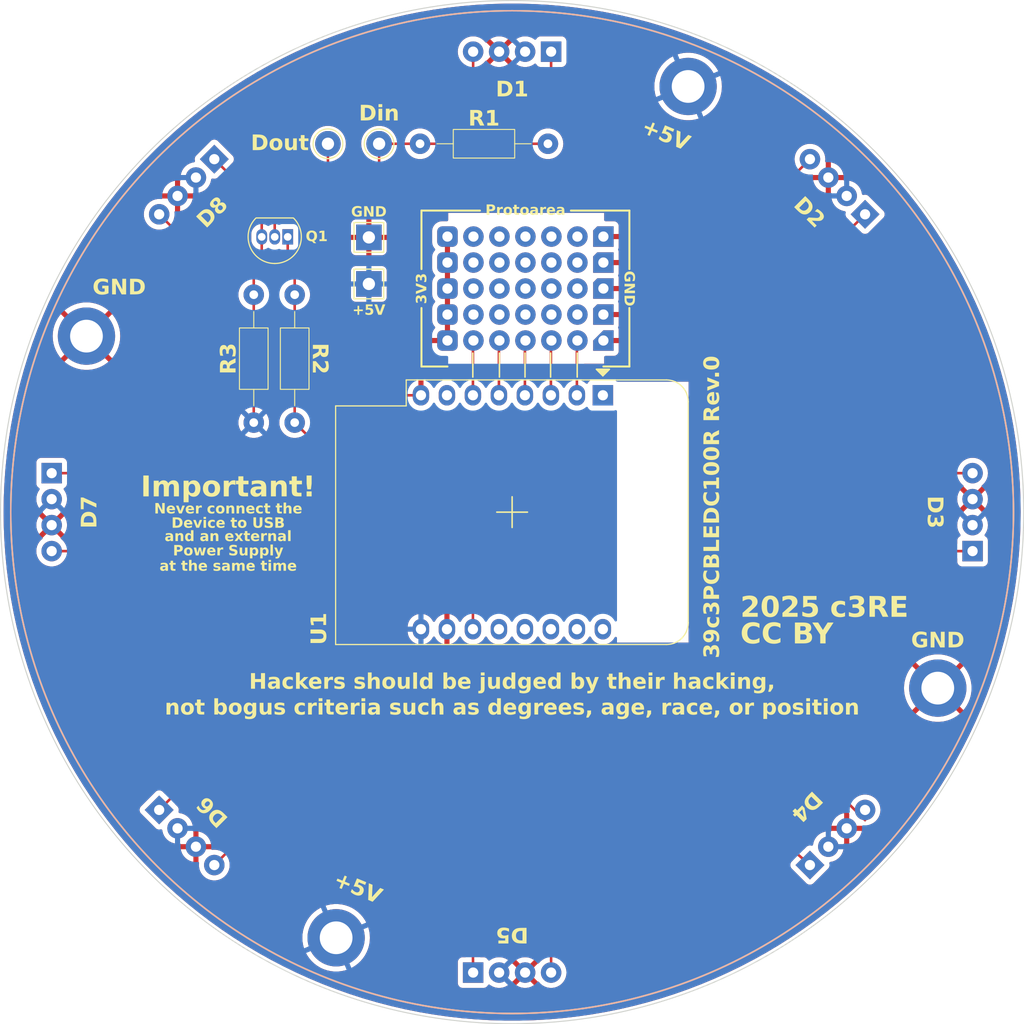
<source format=kicad_pcb>
(kicad_pcb (version 20241229) (generator "pcbnew") (generator_version "9.0")
  (layers (0 "F.Cu" signal) (2 "B.Cu" signal) (13 "F.Paste" user) (15 "B.Paste" user) (5 "F.SilkS" user "F.Silkscreen") (7 "B.SilkS" user "B.Silkscreen") (1 "F.Mask" user) (3 "B.Mask" user) (25 "Edge.Cuts" user))
  (net 0 "")
  (net 2 "Net-(A1-Vin)")
  (net 3 "Net-(U1-A0)")
  (net 9 "Net-(U1-D0)")
  (net 10 "Net-(D2-DOUT)")
  (net 11 "/Dout")
  (net 12 "GND")
  (net 13 "+5V")
  (net 14 "/Din")
  (net 15 "Net-(D1-DIN)")
  (net 16 "Net-(D1-DOUT)")
  (net 17 "Net-(D3-DOUT)")
  (net 18 "Net-(D4-DOUT)")
  (net 19 "Net-(D5-DOUT)")
  (net 20 "Net-(D6-DOUT)")
  (net 21 "Net-(D7-DOUT)")
  (net 22 "Net-(Q1-S)")
  (net 23 "Net-(U1-MISO{slash}D6)")
  (net 24 "Net-(U1-MOSI{slash}D7)")
  (net 25 "Net-(U1-SCK{slash}D5)")
  (footprint "R_combi:1206_combi_handsolder" (layer "F.Cu") (at 147.25 64)
    (property "Reference" "R1" (at 0 -2.4 0) (layer "F.SilkS") (effects (font (size 1.5 1.5) (thickness 0.3) (bold yes))))
    (property "Value" "100")
    (fp_line (start -3 0) (end -4.6 0) (stroke (width 0.1)) (layer "F.SilkS"))
    (fp_line (start 3 0) (end 4.6 0) (stroke (width 0.1)) (layer "F.SilkS"))
    (fp_rect (start -3 -1.4) (end 3 1.4) (stroke (width 0.1)) (fill no) (layer "F.SilkS"))
    (pad "1" thru_hole circle (at -6.25 0) (size 2 2) (drill 0.85) (layers "*.Cu" "*.Mask") (net 14 "/Din"))
    (pad "1" smd roundrect (at -1.55 0) (size 1.3 1.75) (layers "F.Cu" "F.Mask" "F.Paste") (roundrect_rratio 0.1640419948) (net 14 "/Din"))
    (pad "2" smd roundrect (at 1.55 0) (size 1.3 1.75) (layers "F.Cu" "F.Mask" "F.Paste") (roundrect_rratio 0.1640419948) (net 15 "Net-(D1-DIN)"))
    (pad "2" thru_hole circle (at 6.25 0) (size 2 2) (drill 0.85) (layers "*.Cu" "*.Mask") (net 15 "Net-(D1-DIN)"))
  )
  (footprint "R_combi:1206_combi_handsolder" (layer "F.Cu") (at 128.75 85 -90)
    (property "Reference" "R2" (at 0 -2.4 270) (layer "F.SilkS") (effects (font (size 1.5 1.5) (thickness 0.3) (bold yes))))
    (property "Value" "10k")
    (fp_line (start -3 0) (end -4.6 0) (stroke (width 0.1)) (layer "F.SilkS"))
    (fp_line (start 3 0) (end 4.6 0) (stroke (width 0.1)) (layer "F.SilkS"))
    (fp_rect (start -3 -1.4) (end 3 1.4) (stroke (width 0.1)) (fill no) (layer "F.SilkS"))
    (pad "1" thru_hole circle (at -6.25 0 270) (size 2 2) (drill 0.85) (layers "*.Cu" "*.Mask") (net 2 "Net-(A1-Vin)"))
    (pad "1" smd roundrect (at -1.55 0 270) (size 1.3 1.75) (layers "F.Cu" "F.Mask" "F.Paste") (roundrect_rratio 0.1640419948) (net 2 "Net-(A1-Vin)"))
    (pad "2" smd roundrect (at 1.55 0 270) (size 1.3 1.75) (layers "F.Cu" "F.Mask" "F.Paste") (roundrect_rratio 0.1640419948) (net 22 "Net-(Q1-S)"))
    (pad "2" thru_hole circle (at 6.25 0 270) (size 2 2) (drill 0.85) (layers "*.Cu" "*.Mask") (net 22 "Net-(Q1-S)"))
  )
  (footprint "WS2812_THT:WS2812_THT" (layer "F.Cu") (at 181.8 131.8 -135)
    (property "Reference" "D4" (at 0 4.313351 225) (layer "F.SilkS") (effects (font (size 1.5 1.5) (thickness 0.3) (bold yes))))
    (property "Value" "WS2812D-F5")
    (pad "1" thru_hole rect (at 3.81 0 225) (size 2 2) (drill 1) (layers "*.Cu" "*.Mask") (net 18 "Net-(D4-DOUT)"))
    (pad "2" thru_hole circle (at 1.270001 0 225) (size 2 2) (drill 1) (layers "*.Cu" "*.Mask") (net 13 "+5V"))
    (pad "3" thru_hole circle (at -1.270001 0 225) (size 2 2) (drill 1) (layers "*.Cu" "*.Mask") (net 12 "GND"))
    (pad "4" thru_hole circle (at -3.81 0 225) (size 2 2) (drill 1) (layers "*.Cu" "*.Mask") (net 17 "Net-(D3-DOUT)"))
  )
  (footprint "Symbol:OSHW-Symbol_13.4x12mm_Copper" (layer "F.Cu") (at 150 129.5)
    (property "Reference" "REF**" (hide yes))
    (property "Value" "OSHW-Symbol_13.4x12mm_Copper" (hide yes))
    (fp_poly (pts (xy 1.119803 -5.09936) (xy 1.288676 -4.203573) (xy 1.911796 -3.946702) (xy 2.534916 -3.689832) (xy 3.282453 -4.198151) (xy 3.491802 -4.339684) (xy 3.681043 -4.466055) (xy 3.841343 -4.571493) (xy 3.963874 -4.65023) (xy 4.039802 -4.696495) (xy 4.06048 -4.706471) (xy 4.097731 -4.680814) (xy 4.177332 -4.609885) (xy 4.290361 -4.502743) (xy 4.427895 -4.36845) (xy 4.581012 -4.216066) (xy 4.740789 -4.054653) (xy 4.898305 -3.89327) (xy 5.044637 -3.740978) (xy 5.170863 -3.606838) (xy 5.26806 -3.499911) (xy 5.327307 -3.429258) (xy 5.341471 -3.405612) (xy 5.321087 -3.362021) (xy 5.263941 -3.266519) (xy 5.176041 -3.12845) (xy 5.063396 -2.957155) (xy 4.932013 -2.761975) (xy 4.855882 -2.650648) (xy 4.717118 -2.447367) (xy 4.593811 -2.263927) (xy 4.491945 -2.109458) (xy 4.417501 -1.993091) (xy 4.376461 -1.923958) (xy 4.370294 -1.90943) (xy 4.384274 -1.86814) (xy 4.422382 -1.771908) (xy 4.478867 -1.634266) (xy 4.54798 -1.468742) (xy 4.62397 -1.288868) (xy 4.701089 -1.108172) (xy 4.773585 -0.940186) (xy 4.835709 -0.79844) (xy 4.881712 -0.696463) (xy 4.905843 -0.647786) (xy 4.907267 -0.64587) (xy 4.945158 -0.636575) (xy 5.046069 -0.61584) (xy 5.19954 -0.585702) (xy 5.395112 -0.548199) (xy 5.622325 -0.505371) (xy 5.754891 -0.480674) (xy 5.997679 -0.434447) (xy 6.216974 -0.39046) (xy 6.401681 -0.351119) (xy 6.540705 -0.318831) (xy 6.622952 -0.296003) (xy 6.639485 -0.28876) (xy 6.655678 -0.239739) (xy 6.668744 -0.129023) (xy 6.678691 0.030438) (xy 6.685528 0.2257) (xy 6.689264 0.443814) (xy 6.689907 0.671835) (xy 6.687468 0.896815) (xy 6.681953 1.105809) (xy 6.673374 1.285868) (xy 6.661737 1.424047) (xy 6.647052 1.507398) (xy 6.638245 1.52475) (xy 6.585599 1.545548) (xy 6.474043 1.575282) (xy 6.318335 1.610459) (xy 6.133229 1.647586) (xy 6.068613 1.659597) (xy 5.757071 1.716662) (xy 5.510976 1.762618) (xy 5.322195 1.799293) (xy 5.182598 1.828513) (xy 5.084052 1.852104) (xy 5.018426 1.871892) (xy 4.977589 1.889706) (xy 4.953409 1.90737) (xy 4.950026 1.910861) (xy 4.916255 1.9671) (xy 4.864737 2.076547) (xy 4.800617 2.2258) (xy 4.729039 2.401459) (xy 4.655146 2.590121) (xy 4.584083 2.778385) (xy 4.520993 2.952848) (xy 4.471021 3.100108) (xy 4.439312 3.206764) (xy 4.431008 3.259413) (xy 4.4317 3.261257) (xy 4.459836 3.304292) (xy 4.523665 3.398978) (xy 4.61648 3.53546) (xy 4.731573 3.703882) (xy 4.862237 3.89439) (xy 4.899448 3.948529) (xy 5.032129 4.144804) (xy 5.148883 4.323886) (xy 5.243349 4.475492) (xy 5.309168 4.589338) (xy 5.339978 4.655141) (xy 5.341471 4.663225) (xy 5.315584 4.705715) (xy 5.244054 4.789891) (xy 5.136076 4.906705) (xy 5.000846 5.04711) (xy 4.847558 5.202061) (xy 4.685409 5.362509) (xy 4.523593 5.519409) (xy 4.371306 5.663713) (xy 4.237743 5.786376) (xy 4.1321 5.87835) (xy 4.063572 5.930589) (xy 4.044614 5.939118) (xy 4.000487 5.919029) (xy 3.910142 5.864849) (xy 3.788295 5.785704) (xy 3.694546 5.722001) (xy 3.524678 5.60511) (xy 3.323512 5.467476) (xy 3.121733 5.330063) (xy 3.01325 5.256519) (xy 2.646058 5.008155) (xy 2.337826 5.174813) (xy 2.197404 5.247822) (xy 2.077996 5.304571) (xy 1.997202 5.336937) (xy 1.976636 5.341441) (xy 1.951906 5.308189) (xy 1.903118 5.214224) (xy 1.833913 5.068213) (xy 1.747935 4.878824) (xy 1.648824 4.654724) (xy 1.540224 4.404581) (xy 1.425775 4.137063) (xy 1.30912 3.860836) (xy 1.193901 3.584568) (xy 1.08376 3.316927) (xy 0.982339 3.06658) (xy 0.89328 2.842195) (xy 0.820225 2.652439) (xy 0.766816 2.50598) (xy 0.736695 2.411485) (xy 0.731851 2.379031) (xy 0.770245 2.337636) (xy 0.854308 2.270438) (xy 0.966467 2.1914) (xy 0.975881 2.185147) (xy 1.265768 1.953103) (xy 1.499512 1.682386) (xy 1.675087 1.381653) (xy 1.790469 1.059561) (xy 1.84363 0.724765) (xy 1.832547 0.385922) (xy 1.755192 0.051688) (xy 1.60954 -0.269281) (xy 1.566688 -0.339505) (xy 1.343802 -0.623073) (xy 1.080491 -0.850782) (xy 0.785865 -1.021449) (xy 0.469041 -1.133888) (xy 0.13913 -1.186917) (xy -0.194754 -1.179349) (xy -0.523497 -1.110002) (xy -0.837986 -0.977691) (xy -1.129107 -0.781232) (xy -1.21916 -0.701494) (xy -1.448347 -0.451892) (xy -1.615354 -0.189132) (xy -1.729915 0.105399) (xy -1.793719 0.397075) (xy -1.80947 0.725012) (xy -1.756949 1.054577) (xy -1.64149 1.37463) (xy -1.468429 1.674032) (xy -1.243101 1.941643) (xy -0.97084 2.166325) (xy -0.935058 2.190008) (xy -0.821698 2.267568) (xy -0.735522 2.334768) (xy -0.694323 2.377675) (xy -0.693724 2.379031) (xy -0.702569 2.425446) (xy -0.737631 2.530786) (xy -0.795267 2.686388) (xy -0.871834 2.883584) (xy -0.963686 3.11371) (xy -1.067183 3.368101) (xy -1.178679 3.63809) (xy -1.294532 3.915012) (xy -1.411097 4.190201) (xy -1.524733 4.454993) (xy -1.631794 4.700721) (xy -1.728638 4.918721) (xy -1.811621 5.100326) (xy -1.877099 5.236871) (xy -1.921431 5.31969) (xy -1.939283 5.341441) (xy -1.993834 5.324504) (xy -2.095905 5.279077) (xy -2.227895 5.21328) (xy -2.300474 5.174813) (xy -2.608705 5.008155) (xy -2.975897 5.256519) (xy -3.16334 5.383754) (xy -3.368557 5.523773) (xy -3.560867 5.655612) (xy -3.657193 5.722001) (xy -3.792673 5.812976) (xy -3.907393 5.885071) (xy -3.986388 5.929154) (xy -4.012046 5.938473) (xy -4.049391 5.913334) (xy -4.132042 5.843154) (xy -4.251985 5.73522) (xy -4.401209 5.596818) (xy -4.571699 5.435235) (xy -4.679526 5.331488) (xy -4.868172 5.146135) (xy -5.031205 4.980351) (xy -5.162032 4.841227) (xy -5.254065 4.735856) (xy -5.300713 4.671329) (xy -5.305188 4.658234) (xy -5.28442 4.608425) (xy -5.227031 4.507713) (xy -5.139387 4.366295) (xy -5.027854 4.194367) (xy -4.898797 4.002124) (xy -4.862096 3.948529) (xy -4.728368 3.753733) (xy -4.608393 3.578353) (xy -4.508879 3.432243) (xy -4.436533 3.325258) (xy -4.398064 3.267255) (xy -4.394347 3.261257) (xy -4.399905 3.215032) (xy -4.429407 3.113398) (xy -4.477709 2.969758) (xy -4.539667 2.797514) (xy -4.610137 2.610066) (xy -4.683975 2.420818) (xy -4.756037 2.243171) (xy -4.821178 2.090527) (xy -4.874255 1.976288) (xy -4.910123 1.913856) (xy -4.912673 1.910861) (xy -4.934606 1.893019) (xy -4.971652 1.875374) (xy -5.031941 1.856101) (xy -5.123604 1.833374) (xy -5.254774 1.805364) (xy -5.433582 1.770247) (xy -5.668158 1.726195) (xy -5.966635 1.671382) (xy -6.03126 1.659597) (xy -6.222794 1.622591) (xy -6.389769 1.586389) (xy -6.517432 1.554485) (xy -6.591024 1.530372) (xy -6.600892 1.52475) (xy -6.617153 1.47491) (xy -6.63037 1.363532) (xy -6.640536 1.203563) (xy -6.64764 1.00795) (xy -6.651674 0.78964) (xy -6.65263 0.561579) (xy -6.650498 0.336714) (xy -6.645269 0.127991) (xy -6.636935 -0.051642) (xy -6.625487 -0.189238) (xy -6.610916 -0.271852) (xy -6.602132 -0.28876) (xy -6.55323 -0.305816) (xy -6.441873 -0.333564) (xy -6.279156 -0.369597) (xy -6.076174 -0.411507) (xy -5.844021 -0.456889) (xy -5.717538 -0.480674) (xy -5.477555 -0.525535) (xy -5.263549 -0.566175) (xy -5.085978 -0.600554) (xy -4.955302 -0.626635) (xy -4.881982 -0.642379) (xy -4.869915 -0.64587) (xy -4.849519 -0.685221) (xy -4.806406 -0.780007) (xy -4.746321 -0.916685) (xy -4.675013 -1.081714) (xy -4.598227 -1.261553) (xy -4.52171 -1.44266) (xy -4.45121 -1.611493) (xy -4.392473 -1.754512) (xy -4.351246 -1.858174) (xy -4.333276 -1.908939) (xy -4.332941 -1.911158) (xy -4.353313 -1.951204) (xy -4.410427 -2.043361) (xy -4.498279 -2.178467) (xy -4.610867 -2.347365) (xy -4.742189 -2.540895) (xy -4.818529 -2.652059) (xy -4.957636 -2.855884) (xy -5.081188 -3.040937) (xy -5.183158 -3.197854) (xy -5.257517 -3.317276) (xy -5.298237 -3.38984) (xy -5.304118 -3.406107) (xy -5.278837 -3.44397) (xy -5.208948 -3.524814) (xy -5.103377 -3.639581) (xy -4.971052 -3.779215) (xy -4.820901 -3.934658) (xy -4.661852 -4.096854) (xy -4.502833 -4.256746) (xy -4.352771 -4.405276) (xy -4.220594 -4.533387) (xy -4.11523 -4.632023) (xy -4.045607 -4.692127) (xy -4.022315 -4.706471) (xy -3.98439 -4.686301) (xy -3.893683 -4.629637) (xy -3.759011 -4.542247) (xy -3.589195 -4.4299) (xy -3.393054 -4.298362) (xy -3.2451 -4.198151) (xy -2.497564 -3.689832) (xy -1.874444 -3.946702) (xy -1.251324 -4.203573) (xy -0.913576 -5.995147) (xy 0.950929 -5.995147) (xy 1.119803 -5.09936)) (stroke (width 0.01)) (fill yes) (layer "F.Cu"))
  )
  (footprint "MountingHole:MountingHole_3.2mm_M3_DIN965_Pad" (layer "F.Cu") (at 167.2 58.4 -22.5)
    (property "Reference" "+5V" (at -0.195654 5.276525 157.5) (layer "F.SilkS") (effects (font (size 1.5 1.5) (thickness 0.3) (bold yes))))
    (property "Value" "+5V")
    (pad "1" thru_hole circle (at 0 0 337.5) (size 5.6 5.6) (drill 3.2) (layers "*.Cu" "*.Mask") (net 13 "+5V"))
  )
  (footprint "WS2812_THT:WS2812_THT" (layer "F.Cu") (at 105 100 90)
    (property "Reference" "D7" (at 0 3.75 90) (layer "F.SilkS") (effects (font (size 1.5 1.5) (thickness 0.3) (bold yes))))
    (property "Value" "WS2812D-F5")
    (pad "1" thru_hole rect (at 3.81 0 90) (size 2 2) (drill 1) (layers "*.Cu" "*.Mask") (net 21 "Net-(D7-DOUT)"))
    (pad "2" thru_hole circle (at 1.27 0 90) (size 2 2) (drill 1) (layers "*.Cu" "*.Mask") (net 13 "+5V"))
    (pad "3" thru_hole circle (at -1.27 0 90) (size 2 2) (drill 1) (layers "*.Cu" "*.Mask") (net 12 "GND"))
    (pad "4" thru_hole circle (at -3.81 0 90) (size 2 2) (drill 1) (layers "*.Cu" "*.Mask") (net 20 "Net-(D6-DOUT)"))
  )
  (footprint "Logo:c3RE_Logo_12mm_F.Mask" (layer "F.Cu") (at 172.3 78.2)
    (property "Reference" "REF**" (hide yes))
    (property "Value" "c3RE_Logo_12mm_F.Mask")
  )
  (footprint "Module:WEMOS_D1_mini_light" (layer "F.Cu") (at 158.87 88.58 -90)
    (property "Reference" "U1" (at 22.82 27.67 90) (layer "F.SilkS") (effects (font (size 1.5 1.5) (thickness 0.3) (bold yes))))
    (property "Value" "WeMos_D1_mini")
    (fp_line (start 1.04 26.12) (end 24.36 26.12) (stroke (width 0.12)) (layer "F.SilkS"))
    (fp_line (start 24.36 26.12) (end 24.36 -6.21) (stroke (width 0.12)) (layer "F.SilkS"))
    (fp_line (start -1.5 19.22) (end 1.04 19.22) (stroke (width 0.12)) (layer "F.SilkS"))
    (fp_line (start -1.5 19.22) (end -1.5 -6.21) (stroke (width 0.12)) (layer "F.SilkS"))
    (fp_line (start 1.04 19.22) (end 1.04 26.12) (stroke (width 0.12)) (layer "F.SilkS"))
    (fp_line (start 22.24 -8.34) (end 0.63 -8.34) (stroke (width 0.12)) (layer "F.SilkS"))
    (fp_arc (start -1.5 -6.21) (mid -0.876137 -7.716137) (end 0.63 -8.34) (stroke (width 0.12)) (layer "F.SilkS"))
    (fp_arc (start 22.23 -8.34) (mid 23.736137 -7.716137) (end 24.36 -6.21) (stroke (width 0.12)) (layer "F.SilkS"))
    (fp_poly (pts (xy -2.54 -0.635) (xy -2.54 0.635) (xy -1.905 0)) (stroke (width 0.15)) (fill yes) (layer "F.SilkS"))
    (pad "1" thru_hole rect (at 0 0 270) (size 2 2) (drill 1) (layers "*.Cu" "*.Mask"))
    (pad "2" thru_hole oval (at 0 2.54 270) (size 2 1.6) (drill 1) (layers "*.Cu" "*.Mask") (net 3 "Net-(U1-A0)"))
    (pad "3" thru_hole oval (at 0 5.08 270) (size 2 1.6) (drill 1) (layers "*.Cu" "*.Mask") (net 9 "Net-(U1-D0)"))
    (pad "4" thru_hole oval (at 0 7.62 270) (size 2 1.6) (drill 1) (layers "*.Cu" "*.Mask") (net 25 "Net-(U1-SCK{slash}D5)"))
    (pad "5" thru_hole oval (at 0 10.16 270) (size 2 1.6) (drill 1) (layers "*.Cu" "*.Mask") (net 23 "Net-(U1-MISO{slash}D6)"))
    (pad "6" thru_hole oval (at 0 12.7 270) (size 2 1.6) (drill 1) (layers "*.Cu" "*.Mask") (net 24 "Net-(U1-MOSI{slash}D7)"))
    (pad "7" thru_hole oval (at 0 15.24 270) (size 2 1.6) (drill 1) (layers "*.Cu" "*.Mask"))
    (pad "8" thru_hole oval (at 0 17.78 270) (size 2 1.6) (drill 1) (layers "*.Cu" "*.Mask") (net 2 "Net-(A1-Vin)"))
    (pad "9" thru_hole oval (at 22.86 17.78 270) (size 2 1.6) (drill 1) (layers "*.Cu" "*.Mask") (net 13 "+5V"))
    (pad "10" thru_hole oval (at 22.86 15.24 270) (size 2 1.6) (drill 1) (layers "*.Cu" "*.Mask") (net 12 "GND"))
    (pad "11" thru_hole oval (at 22.86 12.7 270) (size 2 1.6) (drill 1) (layers "*.Cu" "*.Mask") (net 22 "Net-(Q1-S)"))
    (pad "12" thru_hole oval (at 22.86 10.16 270) (size 2 1.6) (drill 1) (layers "*.Cu" "*.Mask"))
    (pad "13" thru_hole oval (at 22.86 7.62 270) (size 2 1.6) (drill 1) (layers "*.Cu" "*.Mask"))
    (pad "14" thru_hole oval (at 22.86 5.08 270) (size 2 1.6) (drill 1) (layers "*.Cu" "*.Mask"))
    (pad "15" thru_hole oval (at 22.86 2.54 270) (size 2 1.6) (drill 1) (layers "*.Cu" "*.Mask"))
    (pad "16" thru_hole oval (at 22.86 0 270) (size 2 1.6) (drill 1) (layers "*.Cu" "*.Mask"))
  )
  (footprint "WS2812_THT:WS2812_THT" (layer "F.Cu") (at 150 145 180)
    (property "Reference" "D5" (at 0 3.75 180) (layer "F.SilkS") (effects (font (size 1.5 1.5) (thickness 0.3) (bold yes))))
    (property "Value" "WS2812D-F5")
    (pad "1" thru_hole rect (at 3.81 0 180) (size 2 2) (drill 1) (layers "*.Cu" "*.Mask") (net 19 "Net-(D5-DOUT)"))
    (pad "2" thru_hole circle (at 1.27 0 180) (size 2 2) (drill 1) (layers "*.Cu" "*.Mask") (net 13 "+5V"))
    (pad "3" thru_hole circle (at -1.27 0 180) (size 2 2) (drill 1) (layers "*.Cu" "*.Mask") (net 12 "GND"))
    (pad "4" thru_hole circle (at -3.81 0 180) (size 2 2) (drill 1) (layers "*.Cu" "*.Mask") (net 18 "Net-(D4-DOUT)"))
  )
  (footprint "MountingHole:MountingHole_3.2mm_M3_DIN965_Pad" (layer "F.Cu") (at 108.4 82.8)
    (property "Reference" "GND" (at 3.2 -4.7 0) (layer "F.SilkS") (effects (font (size 1.5 1.5) (thickness 0.3) (bold yes))))
    (property "Value" "GND")
    (pad "1" thru_hole circle (at 0 0) (size 5.6 5.6) (drill 3.2) (layers "*.Cu" "*.Mask") (net 12 "GND"))
  )
  (footprint "Logo:SuE" (layer "F.Cu") (at 179.8 94.9)
    (property "Reference" "REF**" (hide yes))
    (property "Value" "SuE")
    (fp_poly (pts (xy -1.6 -5.3) (xy -1.877203 -5.160498) (xy -2.148667 -5.011783) (xy -2.414181 -4.854049) (xy -2.673533 -4.687489) (xy -2.926514 -4.512296) (xy -3.172912 -4.328662) (xy -3.412517 -4.13678) (xy -3.645117 -3.936844) (xy -0.501434 -0.900377) (xy 2.407907 -3.708248) (xy 0.762165 -5.35399) (xy 2.195011 -6.786835) (xy 3.865259 -5.116587) (xy 4.073409 -5.317499) (xy 4.741967 -4.64894) (xy 4.539646 -4.437788) (xy 5.263343 -3.71409) (xy 6.688148 -0.856824) (xy 3.830882 -2.281628) (xy 3.132455 -2.980054) (xy 0.339135 -0.085263) (xy 4.903409 4.322017) (xy 4.913549 4.332305) (xy 4.923076 4.342971) (xy 4.931989 4.353992) (xy 4.940287 4.365344) (xy 4.947969 4.377003) (xy 4.955035 4.388946) (xy 4.961483 4.401149) (xy 4.967313 4.413589) (xy 4.972523 4.426242) (xy 4.977112 4.439084) (xy 4.98108 4.452092) (xy 4.984426 4.465242) (xy 4.987149 4.478512) (xy 4.989247 4.491876) (xy 4.99072 4.505311) (xy 4.991567 4.518794) (xy 4.991788 4.532302) (xy 4.99138 4.54581) (xy 4.990343 4.559295) (xy 4.988677 4.572734) (xy 4.986379 4.586102) (xy 4.98345 4.599377) (xy 4.979889 4.612534) (xy 4.975694 4.625551) (xy 4.970864 4.638403) (xy 4.965399 4.651066) (xy 4.959298 4.663518) (xy 4.95256 4.675734) (xy 4.945183 4.687692) (xy 4.937167 4.699367) (xy 4.928511 4.710736) (xy 4.919214 4.721775) (xy 4.844478 4.805054) (xy 4.768468 4.887167) (xy 4.691201 4.968096) (xy 4.612695 5.047821) (xy 4.532969 5.126327) (xy 4.452041 5.203594) (xy 4.369928 5.279604) (xy 4.286648 5.35434) (xy 4.275592 5.363637) (xy 4.264208 5.372292) (xy 4.252519 5.380308) (xy 4.240548 5.387685) (xy 4.22832 5.394424) (xy 4.215859 5.400525) (xy 4.203186 5.405991) (xy 4.190327 5.410821) (xy 4.177305 5.415017) (xy 4.164143 5.41858) (xy 4.150864 5.42151) (xy 4.137493 5.423808) (xy 4.124053 5.425476) (xy 4.110567 5.426513) (xy 4.097059 5.426923) (xy 4.083553 5.426704) (xy 4.070072 5.425858) (xy 4.05664 5.424386) (xy 4.04328 5.422288) (xy 4.030015 5.419567) (xy 4.01687 5.416222) (xy 4.003868 5.412255) (xy 3.991033 5.407666) (xy 3.978387 5.402457) (xy 3.965956 5.396628) (xy 3.953761 5.39018) (xy 3.941827 5.383114) (xy 3.930177 5.375431) (xy 3.918835 5.367132) (xy 3.907825 5.358219) (xy 3.897169 5.348691) (xy 3.886892 5.338549) (xy -0.505072 0.789592) (xy -4.893208 5.338549) (xy -4.903496 5.348696) (xy -4.914162 5.35823) (xy -4.925183 5.36715) (xy -4.936534 5.375455) (xy -4.948193 5.383144) (xy -4.960136 5.390215) (xy -4.97234 5.396669) (xy -4.98478 5.402504) (xy -4.997432 5.407719) (xy -5.010275 5.412313) (xy -5.023283 5.416286) (xy -5.036433 5.419636) (xy -5.049702 5.422362) (xy -5.063066 5.424464) (xy -5.076502 5.425941) (xy -5.089985 5.426791) (xy -5.103492 5.427014) (xy -5.117001 5.426609) (xy -5.130486 5.425574) (xy -5.143924 5.423909) (xy -5.157293 5.421614) (xy -5.170567 5.418686) (xy -5.183725 5.415125) (xy -5.196741 5.41093) (xy -5.209593 5.406101) (xy -5.222256 5.400636) (xy -5.234708 5.394534) (xy -5.246925 5.387794) (xy -5.258882 5.380416) (xy -5.270557 5.372398) (xy -5.281926 5.36374) (xy -5.292965 5.35444) (xy -5.3762 5.279749) (xy -5.458287 5.203765) (xy -5.539199 5.126515) (xy -5.618907 5.048027) (xy -5.697383 4.96833) (xy -5.774601 4.887451) (xy -5.850532 4.805417) (xy -5.925148 4.722257) (xy -5.934447 4.711197) (xy -5.943105 4.699809) (xy -5.951123 4.688115) (xy -5.958501 4.67614) (xy -5.965241 4.663906) (xy -5.971343 4.651438) (xy -5.976808 4.63876) (xy -5.981637 4.625893) (xy -5.985832 4.612863) (xy -5.989393 4.599693) (xy -5.992321 4.586406) (xy -5.994616 4.573026) (xy -5.996281 4.559576) (xy -5.997316 4.54608) (xy -5.997721 4.532561) (xy -5.997498 4.519043) (xy -5.996648 4.50555) (xy -5.995171 4.492106) (xy -5.993069 4.478732) (xy -5.990343 4.465454) (xy -5.986993 4.452295) (xy -5.98302 4.439278) (xy -5.978426 4.426427) (xy -5.973211 4.413766) (xy -5.967376 4.401317) (xy -5.960922 4.389105) (xy -5.953851 4.377153) (xy -5.946162 4.365484) (xy -5.937857 4.354123) (xy -5.928938 4.343092) (xy -5.919404 4.332416) (xy -5.909257 4.322117) (xy -1.348812 -0.081334) (xy -4.371112 -3.209317) (xy -4.472285 -3.093551) (xy -4.571461 -2.976015) (xy -4.668616 -2.856733) (xy -4.763725 -2.735731) (xy -4.856766 -2.613032) (xy -4.947714 -2.488662) (xy -5.036547 -2.362645) (xy -5.12324 -2.235005) (xy -5.207771 -2.105769) (xy -5.290115 -1.974959) (xy -5.37025 -1.842602) (xy -5.448151 -1.708721) (xy -5.523794 -1.573341) (xy -5.597158 -1.436488) (xy -5.668217 -1.298184) (xy -5.736948 -1.158457) (xy -7.311852 -2.528888) (xy -7.118648 -2.869145) (xy -6.913708 -3.201504) (xy -6.697314 -3.525698) (xy -6.469746 -3.841458) (xy -6.231285 -4.148515) (xy -5.982212 -4.4466) (xy -5.722809 -4.735445) (xy -5.453356 -5.014781) (xy -5.174134 -5.284339) (xy -4.885425 -5.543851) (xy -4.587509 -5.793048) (xy -4.280668 -6.031661) (xy -3.965181 -6.259422) (xy -3.641332 -6.476062) (xy -3.309399 -6.681312) (xy -2.969666 -6.874904)) (stroke (width -0.000001)) (fill yes) (layer "F.Cu"))
  )
  (footprint "Logo:OSHW-Symbol_13.4x12mm_F.Mask" (layer "F.Cu") (at 150 129.5)
    (property "Reference" "REF**" (hide yes))
    (property "Value" "OSHW-Symbol_13.4x12mm_F.Mask" (hide yes))
  )
  (footprint "WS2812_THT:WS2812_THT" (layer "F.Cu") (at 118.2 68.2 45)
    (property "Reference" "D8" (at 0 3.606245 45) (layer "F.SilkS") (effects (font (size 1.5 1.5) (thickness 0.3) (bold yes))))
    (property "Value" "WS2812D-F5")
    (pad "1" thru_hole rect (at 3.81 0 45) (size 2 2) (drill 1) (layers "*.Cu" "*.Mask") (net 11 "/Dout"))
    (pad "2" thru_hole circle (at 1.270001 0 45) (size 2 2) (drill 1) (layers "*.Cu" "*.Mask") (net 13 "+5V"))
    (pad "3" thru_hole circle (at -1.270001 0 45) (size 2 2) (drill 1) (layers "*.Cu" "*.Mask") (net 12 "GND"))
    (pad "4" thru_hole circle (at -3.81 0 45) (size 2 2) (drill 1) (layers "*.Cu" "*.Mask") (net 21 "Net-(D7-DOUT)"))
  )
  (footprint "TestPoint:TestPoint_THTPad_2.5x2.5mm_Drill1.2mm" (layer "F.Cu") (at 136 73.15)
    (property "Reference" "GND" (at 0 -2.45 0) (layer "F.SilkS") (effects (font (thickness 0.2) (bold yes))))
    (property "Value" "GND")
    (fp_line (start -1.45 -1.45) (end 1.45 -1.45) (stroke (width 0.12)) (layer "F.SilkS"))
    (fp_line (start -1.45 1.45) (end -1.45 -1.45) (stroke (width 0.12)) (layer "F.SilkS"))
    (fp_line (start 1.45 -1.45) (end 1.45 1.45) (stroke (width 0.12)) (layer "F.SilkS"))
    (fp_line (start 1.45 1.45) (end -1.45 1.45) (stroke (width 0.12)) (layer "F.SilkS"))
    (pad "1" thru_hole rect (at 0 0) (size 2.5 2.5) (drill 1.2) (layers "*.Cu" "*.Mask") (net 12 "GND"))
  )
  (footprint "TestPoint:TestPoint_THTPad_D2.5mm_Drill1.2mm" (layer "F.Cu") (at 132 64)
    (property "Reference" "Dout" (at -4.7 0 0) (layer "F.SilkS") (effects (font (size 1.5 1.5) (thickness 0.3) (bold yes))))
    (property "Value" "Dout")
    (fp_circle (center 0 0) (end 0 1.45) (stroke (width 0.12)) (fill no) (layer "F.SilkS"))
    (pad "1" thru_hole circle (at 0 0) (size 2.5 2.5) (drill 1.2) (layers "*.Cu" "*.Mask") (net 11 "/Dout"))
  )
  (footprint "WS2812_THT:WS2812_THT" (layer "F.Cu") (at 195 100 -90)
    (property "Reference" "D3" (at 0 3.75 270) (layer "F.SilkS") (effects (font (size 1.5 1.5) (thickness 0.3) (bold yes))))
    (property "Value" "WS2812D-F5")
    (pad "1" thru_hole rect (at 3.81 0 270) (size 2 2) (drill 1) (layers "*.Cu" "*.Mask") (net 17 "Net-(D3-DOUT)"))
    (pad "2" thru_hole circle (at 1.27 0 270) (size 2 2) (drill 1) (layers "*.Cu" "*.Mask") (net 13 "+5V"))
    (pad "3" thru_hole circle (at -1.27 0 270) (size 2 2) (drill 1) (layers "*.Cu" "*.Mask") (net 12 "GND"))
    (pad "4" thru_hole circle (at -3.81 0 270) (size 2 2) (drill 1) (layers "*.Cu" "*.Mask") (net 10 "Net-(D2-DOUT)"))
  )
  (footprint "WS2812_THT:WS2812_THT" (layer "F.Cu") (at 150 55)
    (property "Reference" "D1" (at 0 3.75 0) (layer "F.SilkS") (effects (font (size 1.5 1.5) (thickness 0.3) (bold yes))))
    (property "Value" "WS2812D-F5")
    (pad "1" thru_hole rect (at 3.81 0) (size 2 2) (drill 1) (layers "*.Cu" "*.Mask") (net 16 "Net-(D1-DOUT)"))
    (pad "2" thru_hole circle (at 1.27 0) (size 2 2) (drill 1) (layers "*.Cu" "*.Mask") (net 13 "+5V"))
    (pad "3" thru_hole circle (at -1.27 0) (size 2 2) (drill 1) (layers "*.Cu" "*.Mask") (net 12 "GND"))
    (pad "4" thru_hole circle (at -3.81 0) (size 2 2) (drill 1) (layers "*.Cu" "*.Mask") (net 15 "Net-(D1-DIN)"))
  )
  (footprint "WS2812_THT:WS2812_THT" (layer "F.Cu") (at 181.8 68.2 -45)
    (property "Reference" "D2" (at -0.176777 3.783021 315) (layer "F.SilkS") (effects (font (size 1.5 1.5) (thickness 0.3) (bold yes))))
    (property "Value" "WS2812D-F5")
    (pad "1" thru_hole rect (at 3.81 0 315) (size 2 2) (drill 1) (layers "*.Cu" "*.Mask") (net 10 "Net-(D2-DOUT)"))
    (pad "2" thru_hole circle (at 1.270001 0 315) (size 2 2) (drill 1) (layers "*.Cu" "*.Mask") (net 13 "+5V"))
    (pad "3" thru_hole circle (at -1.270001 0 315) (size 2 2) (drill 1) (layers "*.Cu" "*.Mask") (net 12 "GND"))
    (pad "4" thru_hole circle (at -3.81 0 315) (size 2 2) (drill 1) (layers "*.Cu" "*.Mask") (net 16 "Net-(D1-DOUT)"))
  )
  (footprint "R_combi:1206_combi_handsolder" (layer "F.Cu") (at 124.75 85 90)
    (property "Reference" "R3" (at 0 -2.4 90) (layer "F.SilkS") (effects (font (size 1.5 1.5) (thickness 0.3) (bold yes))))
    (property "Value" "10k")
    (fp_line (start 3 0) (end 4.6 0) (stroke (width 0.1)) (layer "F.SilkS"))
    (fp_line (start -3 0) (end -4.6 0) (stroke (width 0.1)) (layer "F.SilkS"))
    (fp_rect (start -3 -1.4) (end 3 1.4) (stroke (width 0.1)) (fill no) (layer "F.SilkS"))
    (pad "1" thru_hole circle (at -6.25 0 90) (size 2 2) (drill 0.85) (layers "*.Cu" "*.Mask") (net 13 "+5V"))
    (pad "1" smd roundrect (at -1.55 0 90) (size 1.3 1.75) (layers "F.Cu" "F.Mask" "F.Paste") (roundrect_rratio 0.1640419948) (net 13 "+5V"))
    (pad "2" smd roundrect (at 1.55 0 90) (size 1.3 1.75) (layers "F.Cu" "F.Mask" "F.Paste") (roundrect_rratio 0.1640419948) (net 14 "/Din"))
    (pad "2" thru_hole circle (at 6.25 0 90) (size 2 2) (drill 0.85) (layers "*.Cu" "*.Mask") (net 14 "/Din"))
  )
  (footprint "MountingHole:MountingHole_3.2mm_M3_DIN965_Pad" (layer "F.Cu") (at 132.8 141.6 157.5)
    (property "Reference" "+5V" (at -0.103267 5.238257 157.5) (layer "F.SilkS") (effects (font (size 1.5 1.5) (thickness 0.3) (bold yes))))
    (property "Value" "+5V" (hide yes))
    (pad "1" thru_hole circle (at 0 0 157.5) (size 5.6 5.6) (drill 3.2) (layers "*.Cu" "*.Mask") (net 13 "+5V"))
  )
  (footprint "TestPoint:TestPoint_THTPad_D2.5mm_Drill1.2mm" (layer "F.Cu") (at 137 64)
    (property "Reference" "Din" (at 0 -2.9 0) (layer "F.SilkS") (effects (font (size 1.5 1.5) (thickness 0.3) (bold yes))))
    (property "Value" "Din")
    (fp_circle (center 0 0) (end 0 1.45) (stroke (width 0.12)) (fill no) (layer "F.SilkS"))
    (pad "1" thru_hole circle (at 0 0) (size 2.5 2.5) (drill 1.2) (layers "*.Cu" "*.Mask") (net 14 "/Din"))
  )
  (footprint "Proto:Protoarea" (layer "F.Cu") (at 151.3 78.15)
    (property "Reference" "A1" (hide yes))
    (property "Value" "~")
    (fp_line (start -10.16 -7.62) (end -10.16 -1.905) (stroke (width 0.2)) (layer "F.SilkS"))
    (fp_line (start -10.16 -7.62) (end -4.445 -7.62) (stroke (width 0.2)) (layer "F.SilkS"))
    (fp_line (start -10.16 5.08) (end -10.16 1.905) (stroke (width 0.2)) (layer "F.SilkS"))
    (fp_line (start -10.16 5.08) (end -10.16 7.62) (stroke (width 0.2)) (layer "F.SilkS"))
    (fp_line (start -10.16 7.62) (end -7.62 7.62) (stroke (width 0.2)) (layer "F.SilkS"))
    (fp_line (start 10.16 -7.62) (end 4.445 -7.62) (stroke (width 0.2)) (layer "F.SilkS"))
    (fp_line (start 10.16 -7.62) (end 10.16 -1.905) (stroke (width 0.2)) (layer "F.SilkS"))
    (fp_line (start 10.16 7.62) (end 7.62 7.62) (stroke (width 0.2)) (layer "F.SilkS"))
    (fp_line (start 10.16 7.62) (end 10.16 1.905) (stroke (width 0.2)) (layer "F.SilkS"))
    (fp_text user "3V3" (at -10.1 0 90) (layer "F.SilkS") (effects (font (thickness 0.2) (bold yes))))
    (fp_text user "Protoarea" (at 0 -7.62 0) (layer "F.SilkS") (effects (font (thickness 0.2) (bold yes))))
    (fp_text user "GND" (at 10.1 0 270) (layer "F.SilkS") (effects (font (thickness 0.2) (bold yes))))
    (pad "" thru_hole circle (at -5.08 -5.08) (size 2 2) (drill 1) (layers "*.Cu" "*.Mask"))
    (pad "" thru_hole circle (at -5.08 -2.54) (size 2 2) (drill 1) (layers "*.Cu" "*.Mask"))
    (pad "" thru_hole circle (at -5.08 0) (size 2 2) (drill 1) (layers "*.Cu" "*.Mask"))
    (pad "" thru_hole circle (at -5.08 2.54) (size 2 2) (drill 1) (layers "*.Cu" "*.Mask"))
    (pad "" thru_hole circle (at -2.54 -5.08) (size 2 2) (drill 1) (layers "*.Cu" "*.Mask"))
    (pad "" thru_hole circle (at -2.54 -2.54) (size 2 2) (drill 1) (layers "*.Cu" "*.Mask"))
    (pad "" thru_hole circle (at -2.54 0) (size 2 2) (drill 1) (layers "*.Cu" "*.Mask"))
    (pad "" thru_hole circle (at -2.54 2.54) (size 2 2) (drill 1) (layers "*.Cu" "*.Mask"))
    (pad "" thru_hole circle (at 0 -5.08) (size 2 2) (drill 1) (layers "*.Cu" "*.Mask"))
    (pad "" thru_hole circle (at 0 -2.54) (size 2 2) (drill 1) (layers "*.Cu" "*.Mask"))
    (pad "" thru_hole circle (at 0 0) (size 2 2) (drill 1) (layers "*.Cu" "*.Mask"))
    (pad "" thru_hole circle (at 0 2.54) (size 2 2) (drill 1) (layers "*.Cu" "*.Mask"))
    (pad "" thru_hole circle (at 2.54 -5.08) (size 2 2) (drill 1) (layers "*.Cu" "*.Mask"))
    (pad "" thru_hole circle (at 2.54 -2.54) (size 2 2) (drill 1) (layers "*.Cu" "*.Mask"))
    (pad "" thru_hole circle (at 2.54 0) (size 2 2) (drill 1) (layers "*.Cu" "*.Mask"))
    (pad "" thru_hole circle (at 2.54 2.54) (size 2 2) (drill 1) (layers "*.Cu" "*.Mask"))
    (pad "" thru_hole circle (at 5.08 -5.08) (size 2 2) (drill 1) (layers "*.Cu" "*.Mask"))
    (pad "" thru_hole circle (at 5.08 -2.54) (size 2 2) (drill 1) (layers "*.Cu" "*.Mask"))
    (pad "" thru_hole circle (at 5.08 0) (size 2 2) (drill 1) (layers "*.Cu" "*.Mask"))
    (pad "" thru_hole circle (at 5.08 2.54) (size 2 2) (drill 1) (layers "*.Cu" "*.Mask"))
    (pad "2" thru_hole circle (at -5.08 5.08) (size 2 2) (drill 1) (layers "*.Cu" "*.Mask") (net 24 "Net-(U1-MOSI{slash}D7)"))
    (pad "3" thru_hole circle (at -2.54 5.08) (size 2 2) (drill 1) (layers "*.Cu" "*.Mask") (net 23 "Net-(U1-MISO{slash}D6)"))
    (pad "4" thru_hole circle (at 0 5.08) (size 2 2) (drill 1) (layers "*.Cu" "*.Mask") (net 25 "Net-(U1-SCK{slash}D5)"))
    (pad "5" thru_hole circle (at 2.54 5.08) (size 2 2) (drill 1) (layers "*.Cu" "*.Mask") (net 9 "Net-(U1-D0)"))
    (pad "6" thru_hole circle (at 5.08 5.08) (size 2 2) (drill 1) (layers "*.Cu" "*.Mask") (net 3 "Net-(U1-A0)"))
    (pad "7" thru_hole roundrect (at 7.62 -5.08) (size 2 2) (drill 1) (layers "*.Cu" "*.Mask") (roundrect_rratio 0) (chamfer_ratio 0.2) (chamfer top_left) (net 12 "GND"))
    (pad "7" thru_hole roundrect (at 7.62 -2.54) (size 2 2) (drill 1) (layers "*.Cu" "*.Mask") (roundrect_rratio 0) (chamfer_ratio 0.2) (chamfer top_left) (net 12 "GND"))
    (pad "7" thru_hole roundrect (at 7.62 0) (size 2 2) (drill 1) (layers "*.Cu" "*.Mask") (roundrect_rratio 0) (chamfer_ratio 0.2) (chamfer top_left) (net 12 "GND"))
    (pad "7" thru_hole roundrect (at 7.62 2.54) (size 2 2) (drill 1) (layers "*.Cu" "*.Mask") (roundrect_rratio 0) (chamfer_ratio 0.2) (chamfer top_left) (net 12 "GND"))
    (pad "7" thru_hole roundrect (at 7.62 5.08) (size 2 2) (drill 1) (layers "*.Cu" "*.Mask") (roundrect_rratio 0) (chamfer_ratio 0.5) (chamfer top_left) (net 12 "GND"))
    (pad "8" thru_hole roundrect (at -7.62 -5.08) (size 2 2) (drill 1) (layers "*.Cu" "*.Mask") (net 2 "Net-(A1-Vin)"))
    (pad "8" thru_hole roundrect (at -7.62 -2.54) (size 2 2) (drill 1) (layers "*.Cu" "*.Mask") (net 2 "Net-(A1-Vin)"))
    (pad "8" thru_hole roundrect (at -7.62 0) (size 2 2) (drill 1) (layers "*.Cu" "*.Mask") (net 2 "Net-(A1-Vin)"))
    (pad "8" thru_hole roundrect (at -7.62 2.54) (size 2 2) (drill 1) (layers "*.Cu" "*.Mask") (net 2 "Net-(A1-Vin)"))
    (pad "8" thru_hole roundrect (at -7.62 5.08) (size 2 2) (drill 1) (layers "*.Cu" "*.Mask") (net 2 "Net-(A1-Vin)"))
  )
  (footprint "MountingHole:MountingHole_3.2mm_M3_DIN965_Pad" (layer "F.Cu") (at 191.6 117.2)
    (property "Reference" "GND" (at 0 -4.6 0) (layer "F.SilkS") (effects (font (size 1.5 1.5) (thickness 0.3) (bold yes))))
    (property "Value" "GND")
    (pad "1" thru_hole circle (at 0 0) (size 5.6 5.6) (drill 3.2) (layers "*.Cu" "*.Mask") (net 12 "GND"))
  )
  (footprint "WS2812_THT:WS2812_THT" (layer "F.Cu") (at 118.2 131.8 135)
    (property "Reference" "D6" (at 0 3.606245 135) (layer "F.SilkS") (effects (font (size 1.5 1.5) (thickness 0.3) (bold yes))))
    (property "Value" "WS2812D-F5")
    (pad "1" thru_hole rect (at 3.81 0 135) (size 2 2) (drill 1) (layers "*.Cu" "*.Mask") (net 20 "Net-(D6-DOUT)"))
    (pad "2" thru_hole circle (at 1.270001 0 135) (size 2 2) (drill 1) (layers "*.Cu" "*.Mask") (net 13 "+5V"))
    (pad "3" thru_hole circle (at -1.270001 0 135) (size 2 2) (drill 1) (layers "*.Cu" "*.Mask") (net 12 "GND"))
    (pad "4" thru_hole circle (at -3.81 0 135) (size 2 2) (drill 1) (layers "*.Cu" "*.Mask") (net 19 "Net-(D5-DOUT)"))
  )
  (footprint "Package_TO_SOT_THT:TO-92_Inline" (layer "F.Cu") (at 128.07 73.1 180)
    (property "Reference" "Q1" (at -2.83 0 0) (layer "F.SilkS") (effects (font (thickness 0.2) (bold yes))))
    (property "Value" "ZVNL110A")
    (fp_line (start -0.53 1.85) (end 3.07 1.85) (stroke (width 0.12)) (layer "F.SilkS"))
    (fp_arc (start 1.27 -2.6) (mid 3.672087 -0.994977) (end 3.108478 1.838478) (stroke (width 0.12)) (layer "F.SilkS"))
    (fp_arc (start -0.568478 1.838478) (mid -1.132087 -0.994977) (end 1.27 -2.6) (stroke (width 0.12)) (layer "F.SilkS"))
    (pad "1" thru_hole rect (at 0 0 180) (size 1.05 1.5) (drill 0.75) (layers "*.Cu" "*.Mask"))
    (pad "2" thru_hole oval (at 1.27 0 180) (size 1.05 1.5) (drill 0.75) (layers "*.Cu" "*.Mask") (net 2 "Net-(A1-Vin)"))
    (pad "3" thru_hole oval (at 2.54 0 180) (size 1.05 1.5) (drill 0.75) (layers "*.Cu" "*.Mask") (net 14 "/Din"))
  )
  (footprint "TestPoint:TestPoint_THTPad_2.5x2.5mm_Drill1.2mm" (layer "F.Cu") (at 136 77.7)
    (property "Reference" "+5V" (at 0 2.6 0) (layer "F.SilkS") (effects (font (thickness 0.2) (bold yes))))
    (property "Value" "+5V")
    (fp_line (start -1.45 -1.45) (end 1.45 -1.45) (stroke (width 0.12)) (layer "F.SilkS"))
    (fp_line (start -1.45 1.45) (end -1.45 -1.45) (stroke (width 0.12)) (layer "F.SilkS"))
    (fp_line (start 1.45 -1.45) (end 1.45 1.45) (stroke (width 0.12)) (layer "F.SilkS"))
    (fp_line (start 1.45 1.45) (end -1.45 1.45) (stroke (width 0.12)) (layer "F.SilkS"))
    (pad "1" thru_hole rect (at 0 0) (size 2.5 2.5) (drill 1.2) (layers "*.Cu" "*.Mask") (net 13 "+5V"))
  )
  (gr_circle (center 150 100) (end 150.1 51) (stroke (width 0.15)) (fill no) (layer "F.SilkS"))
  (gr_line (start 148.76 84.46) (end 148.76 86.8) (stroke (width 0.15)) (layer "F.SilkS"))
  (gr_line (start 150 100) (end 151.5 100) (stroke (width 0.15)) (layer "F.SilkS"))
  (gr_line (start 153.76 84.46) (end 153.76 86.8) (stroke (width 0.15)) (layer "F.SilkS"))
  (gr_line (start 150 100) (end 148.5 100) (stroke (width 0.15)) (layer "F.SilkS"))
  (gr_line (start 150 100) (end 150 98.5) (stroke (width 0.15)) (layer "F.SilkS"))
  (gr_line (start 156.36 84.46) (end 156.36 86.8) (stroke (width 0.15)) (layer "F.SilkS"))
  (gr_line (start 151.26 84.46) (end 151.26 86.8) (stroke (width 0.15)) (layer "F.SilkS"))
  (gr_line (start 146.16 84.46) (end 146.16 86.8) (stroke (width 0.15)) (layer "F.SilkS"))
  (gr_line (start 150 100) (end 150 101.5) (stroke (width 0.15)) (layer "F.SilkS"))
  (gr_circle (center 150 100) (end 199.000102 100) (stroke (width 0.15)) (fill no) (layer "B.SilkS"))
  (gr_circle (center 150 100) (end 100 100) (stroke (width 0.1)) (fill no) (layer "Edge.Cuts"))
  (gr_text "Device to USB" (at 122.25 101.7 0) (layer "F.SilkS") (effects (font (size 1 1) (thickness 0.2) (bold yes)) (justify bottom)))
  (gr_text "Power Supply" (at 122.25 104.4 0) (layer "F.SilkS") (effects (font (size 1 1) (thickness 0.2) (bold yes)) (justify bottom)))
  (gr_text "and an external" (at 122.25 103 0) (layer "F.SilkS") (effects (font (size 1 1) (thickness 0.2) (bold yes)) (justify bottom)))
  (gr_text "at the same time" (at 122.25 105.9 0) (layer "F.SilkS") (effects (font (size 1 1) (thickness 0.2) (bold yes)) (justify bottom)))
  (gr_text "Never connect the" (at 122.25 100.3 0) (layer "F.SilkS") (effects (font (size 1 1) (thickness 0.2) (bold yes)) (justify bottom)))
  (gr_text "Important!" (at 122.25 98.8 0) (layer "F.SilkS") (effects (font (size 2 2) (thickness 0.4) (bold yes)) (justify bottom)))
  (gr_text "39c3PCBLEDC100R Rev.0" (at 169.6 99.5 90) (layer "F.SilkS") (effects (font (size 1.5 1.5) (thickness 0.3) (bold yes))))
  (gr_text "CC BY" (at 172.3 112 0) (layer "F.SilkS") (effects (font (size 2 2) (thickness 0.4) (bold yes)) (justify left)))
  (gr_text "2025 c3RE" (at 172.3 109.4 0) (layer "F.SilkS") (effects (font (size 2 2) (thickness 0.4) (bold yes)) (justify left)))
  (gr_text "Hackers should be judged by their hacking,\nnot bogus criteria such as degrees, age, race, or position" (at 150 117.9 0) (layer "F.SilkS") (effects (font (size 1.5 1.5) (thickness 0.3) (bold yes))))
  (segment (start 143.68 83.23) (end 143.68 80.69) (width 0.5) (layer "F.Cu") (net 2))
  (segment (start 129.5 71.9) (end 129.5 74.95) (width 0.25) (layer "F.Cu") (net 2))
  (segment (start 128.75 75.7) (end 128.75 78.75) (width 0.25) (layer "F.Cu") (net 2))
  (segment (start 126.8 71.7) (end 127.2 71.3) (width 0.25) (layer "F.Cu") (net 2))
  (segment (start 131.7 83.45) (end 132.25 84) (width 0.25) (layer "F.Cu") (net 2))
  (segment (start 143.68 80.69) (end 143.68 78.15) (width 0.5) (layer "F.Cu") (net 2))
  (segment (start 127.2 71.3) (end 128.9 71.3) (width 0.25) (layer "F.Cu") (net 2))
  (segment (start 128.75 83.45) (end 128.75 78.75) (width 0.25) (layer "F.Cu") (net 2))
  (segment (start 132.83 88.58) (end 141.09 88.58) (width 0.25) (layer "F.Cu") (net 2))
  (segment (start 143.68 75.61) (end 143.68 73.07) (width 0.5) (layer "F.Cu") (net 2))
  (segment (start 141.09 88.58) (end 141.09 83.91) (width 0.5) (layer "F.Cu") (net 2))
  (segment (start 132.25 88) (end 132.83 88.58) (width 0.25) (layer "F.Cu") (net 2))
  (segment (start 128.75 83.45) (end 131.7 83.45) (width 0.25) (layer "F.Cu") (net 2))
  (segment (start 128.9 71.3) (end 129.5 71.9) (width 0.25) (layer "F.Cu") (net 2))
  (segment (start 129.5 74.95) (end 128.75 75.7) (width 0.25) (layer "F.Cu") (net 2))
  (segment (start 141.83 83.23) (end 143.68 83.23) (width 0.5) (layer "F.Cu") (net 2))
  (segment (start 126.8 73.1) (end 126.8 71.7) (width 0.25) (layer "F.Cu") (net 2))
  (segment (start 143.68 78.15) (end 143.68 75.61) (width 0.5) (layer "F.Cu") (net 2))
  (segment (start 132.25 84) (end 132.25 88) (width 0.25) (layer "F.Cu") (net 2))
  (segment (start 141.8 83.2) (end 141.83 83.23) (width 0.25) (layer "F.Cu") (net 2))
  (segment (start 141.09 83.91) (end 141.8 83.2) (width 0.5) (layer "F.Cu") (net 2))
  (segment (start 156.33 88.58) (end 156.33 83.28) (width 0.25) (layer "F.Cu") (net 3))
  (segment (start 156.33 83.28) (end 156.38 83.23) (width 0.25) (layer "F.Cu") (net 3))
  (segment (start 153.79 83.28) (end 153.84 83.23) (width 0.25) (layer "F.Cu") (net 9))
  (segment (start 153.79 88.58) (end 153.79 83.28) (width 0.25) (layer "F.Cu") (net 9))
  (segment (start 189.9 91.8) (end 188.9 88) (width 0.25) (layer "F.Cu") (net 10))
  (segment (start 182.2 75) (end 181.85 74.65) (width 0.25) (layer "F.Cu") (net 10))
  (segment (start 187.2 83.4) (end 185.4 79.8) (width 0.25) (layer "F.Cu") (net 10))
  (segment (start 190.5 95.6) (end 190.3 93.8) (width 0.25) (layer "F.Cu") (net 10))
  (segment (start 183.8 77.3) (end 182.2 75) (width 0.25) (layer "F.Cu") (net 10))
  (segment (start 191.09 96.19) (end 190.5 95.6) (width 0.25) (layer "F.Cu") (net 10))
  (segment (start 195 96.19) (end 191.09 96.19) (width 0.25) (layer "F.Cu") (net 10))
  (segment (start 188.9 88) (end 187.2 83.4) (width 0.25) (layer "F.Cu") (net 10))
  (segment (start 185.4 79.8) (end 183.8 77.3) (width 0.25) (layer "F.Cu") (net 10))
  (segment (start 181.85 73.538154) (end 184.494077 70.894077) (width 0.25) (layer "F.Cu") (net 10))
  (segment (start 181.85 74.65) (end 181.85 73.538154) (width 0.25) (layer "F.Cu") (net 10))
  (segment (start 190.3 93.8) (end 189.9 91.8) (width 0.25) (layer "F.Cu") (net 10))
  (segment (start 122.701974 67.301974) (end 122.65 67.25) (width 0.25) (layer "F.Cu") (net 11))
  (segment (start 131.448026 67.301974) (end 122.701974 67.301974) (width 0.25) (layer "F.Cu") (net 11))
  (segment (start 132 66.75) (end 131.448026 67.301974) (width 0.25) (layer "F.Cu") (net 11))
  (segment (start 122.638154 67.25) (end 120.894077 65.505923) (width 0.25) (layer "F.Cu") (net 11))
  (segment (start 122.65 67.25) (end 122.638154 67.25) (width 0.25) (layer "F.Cu") (net 11))
  (segment (start 132 64) (end 132 66.75) (width 0.25) (layer "F.Cu") (net 11))
  (segment (start 124.75 86.55) (end 124.75 91.25) (width 0.25) (layer "F.Cu") (net 13))
  (segment (start 126.048026 67.751974) (end 125.53 68.27) (width 0.25) (layer "F.Cu") (net 14))
  (segment (start 137 67.25) (end 136.498026 67.751974) (width 0.25) (layer "F.Cu") (net 14))
  (segment (start 124.75 83.45) (end 124.75 78.75) (width 0.25) (layer "F.Cu") (net 14))
  (segment (start 125.53 74.97) (end 125.53 73.1) (width 0.25) (layer "F.Cu") (net 14))
  (segment (start 141 64) (end 145.7 64) (width 0.25) (layer "F.Cu") (net 14))
  (segment (start 136.498026 67.751974) (end 126.048026 67.751974) (width 0.25) (layer "F.Cu") (net 14))
  (segment (start 125.53 68.27) (end 125.53 73.1) (width 0.25) (layer "F.Cu") (net 14))
  (segment (start 137 64) (end 141 64) (width 0.25) (layer "F.Cu") (net 14))
  (segment (start 137 64) (end 137 67.25) (width 0.25) (layer "F.Cu") (net 14))
  (segment (start 124.75 78.75) (end 124.75 75.75) (width 0.25) (layer "F.Cu") (net 14))
  (segment (start 124.75 75.75) (end 125.53 74.97) (width 0.25) (layer "F.Cu") (net 14))
  (segment (start 148.8 64) (end 148.8 61.05) (width 0.25) (layer "F.Cu") (net 15))
  (segment (start 146.75 60.5) (end 146.19 59.94) (width 0.25) (layer "F.Cu") (net 15))
  (segment (start 146.19 59.94) (end 146.19 55) (width 0.25) (layer "F.Cu") (net 15))
  (segment (start 148.25 60.5) (end 146.75 60.5) (width 0.25) (layer "F.Cu") (net 15))
  (segment (start 148.8 61.05) (end 148.25 60.5) (width 0.25) (layer "F.Cu") (net 15))
  (segment (start 153.5 64) (end 148.8 64) (width 0.25) (layer "F.Cu") (net 15))
  (segment (start 154.3 59.5) (end 153.81 58.91) (width 0.25) (layer "F.Cu") (net 16))
  (segment (start 158.2 60.1) (end 154.8 59.55) (width 0.25) (layer "F.Cu") (net 16))
  (segment (start 163.1 61.4) (end 161.1 60.8) (width 0.25) (layer "F.Cu") (net 16))
  (segment (start 176.611846 68) (end 175.2 68) (width 0.25) (layer "F.Cu") (net 16))
  (segment (start 175.2 68) (end 172.6 66.1) (width 0.25) (layer "F.Cu") (net 16))
  (segment (start 161.1 60.8) (end 158.2 60.1) (width 0.25) (layer "F.Cu") (net 16))
  (segment (start 170 64.5) (end 166.6 62.8) (width 0.25) (layer "F.Cu") (net 16))
  (segment (start 153.81 58.91) (end 153.81 55) (width 0.25) (layer "F.Cu") (net 16))
  (segment (start 154.8 59.55) (end 154.3 59.5) (width 0.25) (layer "F.Cu") (net 16))
  (segment (start 179.105923 65.505923) (end 176.611846 68) (width 0.25) (layer "F.Cu") (net 16))
  (segment (start 172.6 66.1) (end 170 64.5) (width 0.25) (layer "F.Cu") (net 16))
  (segment (start 166.6 62.8) (end 163.1 61.4) (width 0.25) (layer "F.Cu") (net 16))
  (segment (start 181.8 127.411846) (end 181.8 125.5) (width 0.25) (layer "F.Cu") (net 17))
  (segment (start 184.494077 130.105923) (end 181.8 127.411846) (width 0.25) (layer "F.Cu") (net 17))
  (segment (start 187.7 115.5) (end 189.3 110.7) (width 0.25) (layer "F.Cu") (net 17))
  (segment (start 190.3 106.2) (end 190.3 104.5) (width 0.25) (layer "F.Cu") (net 17))
  (segment (start 190.99 103.81) (end 195 103.81) (width 0.25) (layer "F.Cu") (net 17))
  (segment (start 181.8 125.5) (end 184.1 122.3) (width 0.25) (layer "F.Cu") (net 17))
  (segment (start 186 119) (end 187.7 115.5) (width 0.25) (layer "F.Cu") (net 17))
  (segment (start 189.3 110.7) (end 190.3 106.2) (width 0.25) (layer "F.Cu") (net 17))
  (segment (start 190.3 104.5) (end 190.99 103.81) (width 0.25) (layer "F.Cu") (net 17))
  (segment (start 184.1 122.3) (end 186 119) (width 0.25) (layer "F.Cu") (net 17))
  (segment (start 153.81 145) (end 153.81 141.69) (width 0.25) (layer "F.Cu") (net 18))
  (segment (start 169.7 135.7) (end 172.4 134) (width 0.25) (layer "F.Cu") (net 18))
  (segment (start 172.4 134) (end 175 132.1) (width 0.25) (layer "F.Cu") (net 18))
  (segment (start 155.1 140.4) (end 159.5 139.6) (width 0.25) (layer "F.Cu") (net 18))
  (segment (start 159.5 139.6) (end 164.7 138) (width 0.25) (layer "F.Cu") (net 18))
  (segment (start 153.81 141.69) (end 155.1 140.4) (width 0.25) (layer "F.Cu") (net 18))
  (segment (start 175 132.1) (end 176.5 132.2) (width 0.25) (layer "F.Cu") (net 18))
  (segment (start 164.7 138) (end 169.7 135.7) (width 0.25) (layer "F.Cu") (net 18))
  (segment (start 176.5 132.2) (end 179.105923 134.494077) (width 0.25) (layer "F.Cu") (net 18))
  (segment (start 146.15 141.35) (end 146.19 145) (width 0.25) (layer "F.Cu") (net 19))
  (segment (start 143.2 140.2) (end 145.45 140.5) (width 0.25) (layer "F.Cu") (net 19))
  (segment (start 129.7 135.3) (end 124.8 132) (width 0.25) (layer "F.Cu") (net 19))
  (segment (start 139.2 139.3) (end 133.8 137.4) (width 0.25) (layer "F.Cu") (net 19))
  (segment (start 143.2 140.2) (end 139.2 139.3) (width 0.25) (layer "F.Cu") (net 19))
  (segment (start 133.8 137.4) (end 129.7 135.3) (width 0.25) (layer "F.Cu") (net 19))
  (segment (start 145.45 140.5) (end 146.15 141.35) (width 0.25) (layer "F.Cu") (net 19))
  (segment (start 120.894077 134.494077) (end 123.388154 132) (width 0.25) (layer "F.Cu") (net 19))
  (segment (start 123.388154 132) (end 124.8 132) (width 0.25) (layer "F.Cu") (net 19))
  (segment (start 113.6 118.3) (end 116.3 122.9) (width 0.25) (layer "F.Cu") (net 20))
  (segment (start 117.45 124.45) (end 118 125.2) (width 0.25) (layer "F.Cu") (net 20))
  (segment (start 108.71 103.81) (end 109.5 104.6) (width 0.25) (layer "F.Cu") (net 20))
  (segment (start 110 107.8) (end 110.7 110.7) (width 0.25) (layer "F.Cu") (net 20))
  (segment (start 118 125.2) (end 117.9 126.711846) (width 0.25) (layer "F.Cu") (net 20))
  (segment (start 109.5 104.6) (end 110 107.8) (width 0.25) (layer "F.Cu") (net 20))
  (segment (start 111.8 114.3) (end 113.6 118.3) (width 0.25) (layer "F.Cu") (net 20))
  (segment (start 105 103.81) (end 108.71 103.81) (width 0.25) (layer "F.Cu") (net 20))
  (segment (start 110.7 110.7) (end 111.8 114.3) (width 0.25) (layer "F.Cu") (net 20))
  (segment (start 117.9 126.711846) (end 115.505923 129.105923) (width 0.25) (layer "F.Cu") (net 20))
  (segment (start 116.3 122.9) (end 117.45 124.45) (width 0.25) (layer "F.Cu") (net 20))
  (segment (start 118.2 73.588154) (end 118.2 74.6) (width 0.25) (layer "F.Cu") (net 21))
  (segment (start 113.9 81.1) (end 112.3 84.5) (width 0.25) (layer "F.Cu") (net 21))
  (segment (start 109.6 94.95) (end 108.36 96.19) (width 0.25) (layer "F.Cu") (net 21))
  (segment (start 108.36 96.19) (end 105 96.19) (width 0.25) (layer "F.Cu") (net 21))
  (segment (start 115.505923 70.894077) (end 118.2 73.588154) (width 0.25) (layer "F.Cu") (net 21))
  (segment (start 110.2 91.4) (end 109.6 94.9) (width 0.25) (layer "F.Cu") (net 21))
  (segment (start 109.6 94.9) (end 109.6 94.95) (width 0.25) (layer "F.Cu") (net 21))
  (segment (start 111 88.3) (end 110.2 91.4) (width 0.25) (layer "F.Cu") (net 21))
  (segment (start 118.2 74.6) (end 116.4 76.9) (width 0.25) (layer "F.Cu") (net 21))
  (segment (start 116.4 76.9) (end 113.9 81.1) (width 0.25) (layer "F.Cu") (net 21))
  (segment (start 112.3 84.5) (end 111 88.3) (width 0.25) (layer "F.Cu") (net 21))
  (segment (start 141.1 93.3) (end 140.175 92.375) (width 0.25) (layer "F.Cu") (net 22))
  (segment (start 146.17 109.27) (end 145.6 108.7) (width 0.25) (layer "F.Cu") (net 22))
  (segment (start 145.6 108.7) (end 141.8 108.7) (width 0.25) (layer "F.Cu") (net 22))
  (segment (start 128.75 86.55) (end 127.3 86.55) (width 0.25) (layer "F.Cu") (net 22))
  (segment (start 141.8 108.7) (end 141.1 108) (width 0.25) (layer "F.Cu") (net 22))
  (segment (start 141.1 108) (end 141.1 93.3) (width 0.25) (layer "F.Cu") (net 22))
  (segment (start 146.17 111.44) (end 146.17 109.27) (width 0.25) (layer "F.Cu") (net 22))
  (segment (start 126.775 86.025) (end 126.775 76.225) (width 0.25) (layer "F.Cu") (net 22))
  (segment (start 140.175 92.375) (end 129.875 92.375) (width 0.25) (layer "F.Cu") (net 22))
  (segment (start 126.775 76.225) (end 128.07 74.93) (width 0.25) (layer "F.Cu") (net 22))
  (segment (start 128.75 91.25) (end 128.75 86.55) (width 0.25) (layer "F.Cu") (net 22))
  (segment (start 129.875 92.375) (end 128.75 91.25) (width 0.25) (layer "F.Cu") (net 22))
  (segment (start 128.07 74.93) (end 128.07 73.1) (width 0.25) (layer "F.Cu") (net 22))
  (segment (start 127.3 86.55) (end 126.775 86.025) (width 0.25) (layer "F.Cu") (net 22))
  (segment (start 148.71 88.58) (end 148.71 83.28) (width 0.25) (layer "F.Cu") (net 23))
  (segment (start 148.71 83.28) (end 148.76 83.23) (width 0.25) (layer "F.Cu") (net 23))
  (segment (start 146.17 88.58) (end 146.17 83.28) (width 0.25) (layer "F.Cu") (net 24))
  (segment (start 146.17 83.28) (end 146.22 83.23) (width 0.25) (layer "F.Cu") (net 24))
  (segment (start 151.25 83.28) (end 151.3 83.23) (width 0.25) (layer "F.Cu") (net 25))
  (segment (start 151.25 88.58) (end 151.25 83.28) (width 0.25) (layer "F.Cu") (net 25))
  (zone (net 12) (net_name "GND") (layer "F.Cu") (connect_pads (clearance 0.5)) (min_thickness 0.25) (fill yes (thermal_gap 0.5) (thermal_bridge_width 0.5))
    (polygon (pts (xy 100 50) (xy 200 50) (xy 200 150) (xy 100 150)))
  )
  (zone (net 0) (net_name "") (layers "F.Cu" "B.Cu") (connect_pads (clearance 0)) (min_thickness 0.25)
    (keepout (tracks allowed) (vias allowed) (pads allowed) (copperpour not_allowed) (footprints allowed))
    (fill (thermal_gap 0.5) (thermal_bridge_width 0.5))
    (polygon (pts (xy 160.25 87.25) (xy 167.25 87.25) (xy 167.25 112.75) (xy 160.25 112.75)))
  )
  (zone (net 0) (net_name "") (layers "F.Cu" "B.Cu") (connect_pads (clearance 0)) (min_thickness 0.25)
    (keepout (tracks allowed) (vias allowed) (pads allowed) (copperpour not_allowed) (footprints allowed))
    (fill (thermal_gap 0.5) (thermal_bridge_width 0.5))
    (polygon (pts (xy 143.75 70.75) (xy 159 70.75) (xy 159 85.5) (xy 143.75 85.5)))
  )
  (zone (net 13) (net_name "+5V") (layer "B.Cu") (priority 1) (connect_pads (clearance 0.5)) (min_thickness 0.25) (fill yes (thermal_gap 0.5) (thermal_bridge_width 0.5))
    (polygon (pts (xy 100 50) (xy 200 50) (xy 200 150) (xy 100 150)))
  )
)
</source>
